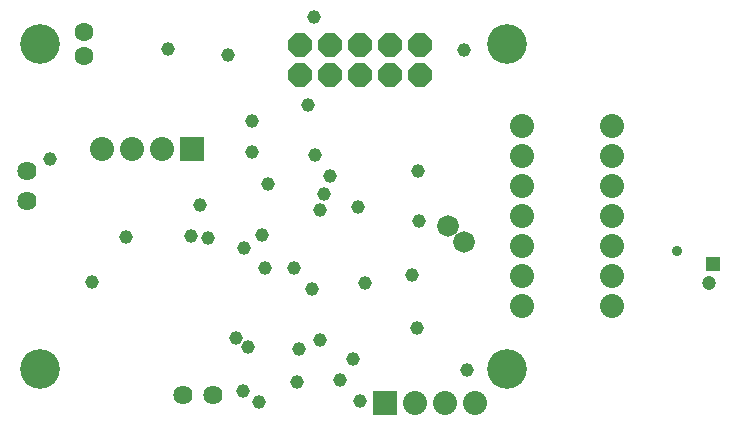
<source format=gbs>
G75*
G70*
%OFA0B0*%
%FSLAX24Y24*%
%IPPOS*%
%LPD*%
%AMOC8*
5,1,8,0,0,1.08239X$1,22.5*
%
%ADD10C,0.1320*%
%ADD11C,0.0630*%
%ADD12OC8,0.0800*%
%ADD13R,0.0800X0.0800*%
%ADD14C,0.0800*%
%ADD15C,0.0720*%
%ADD16C,0.0355*%
%ADD17C,0.0473*%
%ADD18C,0.0585*%
%ADD19C,0.0640*%
%ADD20C,0.0456*%
%ADD21R,0.0456X0.0456*%
D10*
X001343Y002268D03*
X001343Y013094D03*
X016894Y013094D03*
X016894Y002268D03*
D11*
X002808Y012688D03*
X002808Y013475D03*
D12*
X010000Y013047D03*
X011000Y013047D03*
X011000Y012047D03*
X010000Y012047D03*
X012000Y012047D03*
X013000Y012047D03*
X013000Y013047D03*
X012000Y013047D03*
X014000Y013047D03*
X014000Y012047D03*
D13*
X006400Y009594D03*
X012826Y001125D03*
D14*
X013826Y001125D03*
X014826Y001125D03*
X015826Y001125D03*
X017400Y004344D03*
X017400Y005344D03*
X017400Y006344D03*
X017400Y007344D03*
X017400Y008344D03*
X017400Y009344D03*
X017400Y010344D03*
X020400Y010344D03*
X020400Y009344D03*
X020400Y008344D03*
X020400Y007344D03*
X020400Y006344D03*
X020400Y005344D03*
X020400Y004344D03*
X005400Y009594D03*
X004400Y009594D03*
X003400Y009594D03*
D15*
X014940Y007019D03*
X015471Y006484D03*
D16*
X022571Y006180D03*
D17*
X023629Y005123D03*
D18*
X007100Y001394D03*
X006100Y001394D03*
X000900Y007844D03*
X000900Y008844D03*
D19*
X000900Y008844D03*
X000900Y007844D03*
X006100Y001394D03*
X007100Y001394D03*
D20*
X008110Y001516D03*
X008637Y001166D03*
X009901Y001804D03*
X009969Y002932D03*
X010669Y003232D03*
X011769Y002576D03*
X011323Y001901D03*
X011989Y001177D03*
X013891Y003605D03*
X013729Y005375D03*
X012169Y005110D03*
X010391Y004916D03*
X009798Y005635D03*
X008822Y005635D03*
X008121Y006274D03*
X008719Y006714D03*
X010649Y007566D03*
X010798Y008096D03*
X011002Y008703D03*
X010508Y009387D03*
X008930Y008424D03*
X008397Y009478D03*
X008380Y010524D03*
X010269Y011043D03*
X007580Y012724D03*
X005589Y012932D03*
X010458Y014002D03*
X015464Y012875D03*
X013914Y008864D03*
X013948Y007199D03*
X011914Y007648D03*
X006919Y006614D03*
X006350Y006694D03*
X006646Y007711D03*
X004200Y006644D03*
X003050Y005144D03*
X007847Y003291D03*
X008262Y002980D03*
X015569Y002232D03*
X001658Y009246D03*
D21*
X023750Y005744D03*
M02*

</source>
